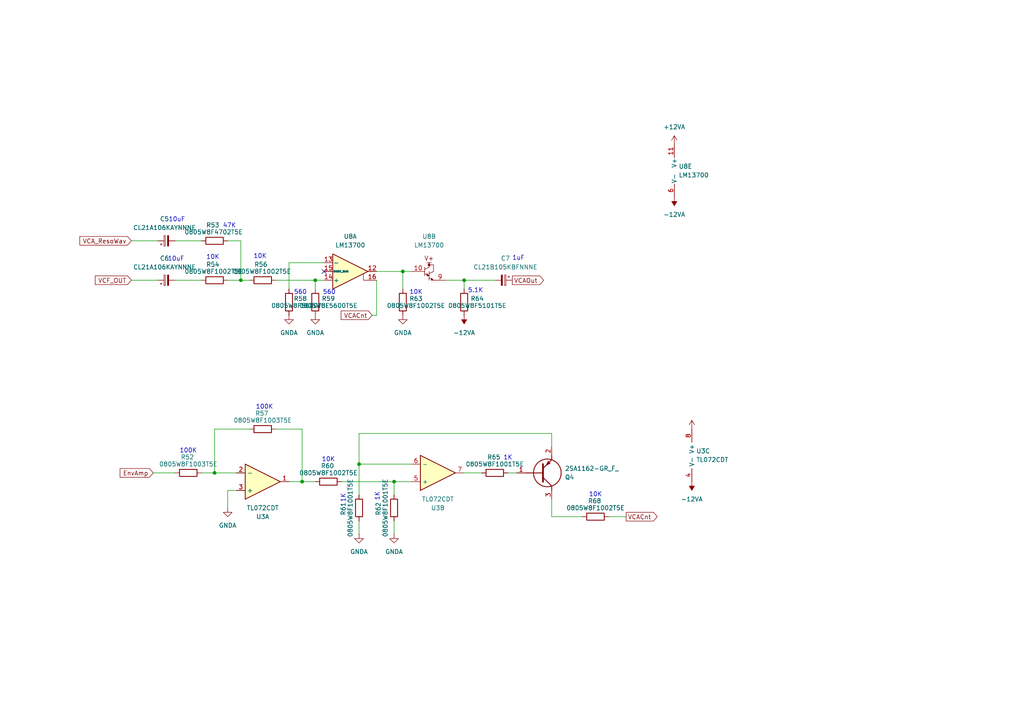
<source format=kicad_sch>
(kicad_sch (version 20250114) (generator "eeschema") (generator_version "9.0")
  (paper "A4")
  (lib_symbols
    (symbol "Amplifier_Operational:LM13700" (pin_names (offset 0.127))
      (property "Reference" "U" (at 3.81 5.08 0))
      (property "Value" "LM13700" (at 5.08 -5.08 0))
      (symbol "LM13700_1_1"
        (polyline (pts (xy 3.81 -0.635) (xy 3.81 -2.54) (xy 5.08 -2.54)))
        (polyline (pts (xy 5.08 0) (xy -5.08 -5.08) (xy -5.08 5.08) (xy 5.08 0)) (stroke (width 0.254)) (fill (type background)))
        (pin input line (at -7.62 2.54 0) (length 2.54) (name "-") (number "13"))
        (pin input line (at -7.62 0 0) (length 2.54) (name "DIODE_BIAS") (number "15"))
        (pin input line (at -7.62 -2.54 0) (length 2.54) (name "+") (number "14"))
        (pin output line (at 7.62 0 180) (length 2.54) (name "~") (number "12"))
        (pin input line (at 7.62 -2.54 180) (length 2.54) (name "~") (number "16"))
      )
      (symbol "LM13700_2_0"
        (polyline (pts (xy -1.905 2.54) (xy -3.175 2.54)))
      )
      (symbol "LM13700_2_1"
        (polyline (pts (xy -3.81 1.27) (xy -3.81 -1.27)))
        (polyline (pts (xy -3.81 0.635) (xy -2.54 1.27) (xy -2.54 1.905) (xy -2.54 2.54)))
        (polyline (pts (xy -3.81 -0.635) (xy -2.54 -1.27)))
        (circle (center -2.54 1.905) (radius 0.254) (stroke (width 0.254)) (fill (type outline)))
        (polyline (pts (xy -2.54 0) (xy -2.54 -2.54)))
        (polyline (pts (xy -2.54 -0.635) (xy -1.27 0) (xy -1.27 1.905) (xy -2.54 1.905)))
        (polyline (pts (xy -2.54 -1.27) (xy -3.175 -0.635) (xy -3.175 -1.27) (xy -2.54 -1.27)) (fill (type outline)))
        (polyline (pts (xy -2.54 -1.905) (xy -1.27 -2.54)))
        (polyline (pts (xy -1.27 -2.54) (xy -1.905 -1.905) (xy -1.905 -2.54) (xy -1.27 -2.54)) (fill (type outline)))
        (text "V+" (at -2.54 3.81 0) (effects (font (size 1.27 1.27))))
        (pin input line (at -7.62 0 0) (length 3.81) (name "~") (number "10"))
        (pin output line (at 2.54 -2.54 180) (length 3.81) (name "~") (number "9"))
      )
      (symbol "LM13700_3_1"
        (polyline (pts (xy 3.81 -0.635) (xy 3.81 -2.54) (xy 5.08 -2.54)))
        (polyline (pts (xy 5.08 0) (xy -5.08 -5.08) (xy -5.08 5.08) (xy 5.08 0)) (stroke (width 0.254)) (fill (type background)))
        (pin input line (at -7.62 2.54 0) (length 2.54) (name "-") (number "4"))
        (pin input line (at -7.62 0 0) (length 2.54) (name "DIODE_BIAS") (number "2"))
        (pin input line (at -7.62 -2.54 0) (length 2.54) (name "+") (number "3"))
        (pin output line (at 7.62 0 180) (length 2.54) (name "~") (number "5"))
        (pin input line (at 7.62 -2.54 180) (length 2.54) (name "~") (number "1"))
      )
      (symbol "LM13700_4_0"
        (polyline (pts (xy -3.175 2.54) (xy -1.905 2.54)))
        (text "V+" (at -2.54 3.81 0) (effects (font (size 1.27 1.27))))
      )
      (symbol "LM13700_4_1"
        (polyline (pts (xy -3.81 1.27) (xy -3.81 -1.27)))
        (polyline (pts (xy -3.81 0.635) (xy -2.54 1.27) (xy -2.54 2.54)))
        (polyline (pts (xy -3.81 -0.635) (xy -2.54 -1.27)))
        (circle (center -2.54 1.905) (radius 0.254) (stroke (width 0.254)) (fill (type outline)))
        (polyline (pts (xy -2.54 0) (xy -2.54 -2.54)))
        (polyline (pts (xy -2.54 -0.635) (xy -1.27 0) (xy -1.27 1.905) (xy -2.54 1.905)))
        (polyline (pts (xy -2.54 -1.27) (xy -3.175 -0.635) (xy -3.175 -1.27) (xy -2.54 -1.27)) (fill (type outline)))
        (polyline (pts (xy -2.54 -1.905) (xy -1.27 -2.54)))
        (polyline (pts (xy -1.27 -2.54) (xy -1.905 -1.905) (xy -1.905 -2.54) (xy -1.27 -2.54)) (fill (type outline)))
        (pin input line (at -7.62 0 0) (length 3.81) (name "~") (number "7"))
        (pin output line (at 2.54 -2.54 180) (length 3.81) (name "~") (number "8"))
      )
      (symbol "LM13700_5_1"
        (pin power_in line (at -2.54 7.62 270) (length 3.81) (name "V+") (number "11"))
        (pin power_in line (at -2.54 -7.62 90) (length 3.81) (name "V-") (number "6"))
      )
    )
    (symbol "Device:C_Polarized_Small" (pin_numbers (hide yes)) (pin_names (offset 0.254) (hide yes))
      (property "Reference" "C" (at 0.254 1.778 0))
      (property "Value" "C_Polarized_Small" (at 0.254 -2.032 0))
      (symbol "C_Polarized_Small_0_1"
        (rectangle (start -1.524 0.6858) (end 1.524 0.3048))
        (rectangle (start -1.524 -0.3048) (end 1.524 -0.6858) (fill (type outline)))
        (polyline (pts (xy -1.27 1.524) (xy -0.762 1.524)))
        (polyline (pts (xy -1.016 1.27) (xy -1.016 1.778)))
      )
      (symbol "C_Polarized_Small_1_1"
        (pin passive line (at 0 2.54 270) (length 1.8542) (name "~") (number "1"))
        (pin passive line (at 0 -2.54 90) (length 1.8542) (name "~") (number "2"))
      )
    )
    (symbol "Device:Opamp_Dual"
      (property "Reference" "U" (at 0 5.08 0))
      (property "Value" "Opamp_Dual" (at 0 -5.08 0))
      (symbol "Opamp_Dual_1_1"
        (polyline (pts (xy -5.08 5.08) (xy 5.08 0) (xy -5.08 -5.08) (xy -5.08 5.08)) (stroke (width 0.254)) (fill (type background)))
        (pin input line (at -7.62 2.54 0) (length 2.54) (name "+") (number "3"))
        (pin input line (at -7.62 -2.54 0) (length 2.54) (name "-") (number "2"))
        (pin output line (at 7.62 0 180) (length 2.54) (name "~") (number "1"))
      )
      (symbol "Opamp_Dual_2_1"
        (polyline (pts (xy -5.08 5.08) (xy 5.08 0) (xy -5.08 -5.08) (xy -5.08 5.08)) (stroke (width 0.254)) (fill (type background)))
        (pin input line (at -7.62 2.54 0) (length 2.54) (name "+") (number "5"))
        (pin input line (at -7.62 -2.54 0) (length 2.54) (name "-") (number "6"))
        (pin output line (at 7.62 0 180) (length 2.54) (name "~") (number "7"))
      )
      (symbol "Opamp_Dual_3_1"
        (pin power_in line (at -2.54 7.62 270) (length 3.81) (name "V+") (number "8"))
        (pin power_in line (at -2.54 -7.62 90) (length 3.81) (name "V-") (number "4"))
      )
    )
    (symbol "Device:R" (pin_numbers (hide yes)) (pin_names (offset 0))
      (property "Reference" "R" (at 2.032 0 90))
      (property "Value" "R" (at 0 0 90))
      (symbol "R_0_1"
        (rectangle (start -1.016 -2.54) (end 1.016 2.54) (stroke (width 0.254)))
      )
      (symbol "R_1_1"
        (pin passive line (at 0 3.81 270) (length 1.27) (name "~") (number "1"))
        (pin passive line (at 0 -3.81 90) (length 1.27) (name "~") (number "2"))
      )
    )
    (symbol "SamacSys_Parts:2SA1162-GR_F_" (pin_names (hide yes))
      (property "Reference" "Q" (at 13.97 1.27 0))
      (property "Value" "2SA1162-GR_F_" (at 13.97 -1.27 0))
      (symbol "2SA1162-GR_F__1_1"
        (polyline (pts (xy 2.54 0) (xy 7.62 0)) (stroke (width 0.254)))
        (polyline (pts (xy 7.62 2.54) (xy 7.62 -2.54)) (stroke (width 0.508)))
        (polyline (pts (xy 7.62 1.27) (xy 10.16 3.81)) (stroke (width 0.254)))
        (polyline (pts (xy 7.62 -1.27) (xy 10.16 -3.81)) (stroke (width 0.254)))
        (circle (center 8.89 0) (radius 4.016) (stroke (width 0.254)))
        (polyline (pts (xy 9.652 -2.794) (xy 9.144 -3.302) (xy 8.636 -2.286) (xy 9.652 -2.794)) (stroke (width 0.254)) (fill (type outline)))
        (polyline (pts (xy 10.16 3.81) (xy 10.16 5.08)) (stroke (width 0.254)))
        (polyline (pts (xy 10.16 -3.81) (xy 10.16 -5.08)) (stroke (width 0.254)))
        (pin passive line (at 0 0 0) (length 2.54) (name "B") (number "1"))
        (pin passive line (at 10.16 7.62 270) (length 2.54) (name "C") (number "3"))
        (pin passive line (at 10.16 -7.62 90) (length 2.54) (name "E") (number "2"))
      )
    )
    (symbol "power:+12VA" (power) (pin_numbers (hide yes)) (pin_names (offset 0) (hide yes))
      (property "Value" "+12VA" (at 0 3.556 0))
      (symbol "+12VA_0_1"
        (polyline (pts (xy -0.762 1.27) (xy 0 2.54)))
        (polyline (pts (xy 0 2.54) (xy 0.762 1.27)))
        (polyline (pts (xy 0 0) (xy 0 2.54)))
      )
      (symbol "+12VA_1_1"
        (pin power_in line (at 0 0 90) (length 0) (name "~") (number "1"))
      )
    )
    (symbol "power:-12VA" (power) (pin_numbers (hide yes)) (pin_names (offset 0) (hide yes))
      (property "Value" "-12VA" (at 0 3.556 0))
      (symbol "-12VA_0_0"
        (pin power_in line (at 0 0 90) (length 0) (name "~") (number "1"))
      )
      (symbol "-12VA_0_1"
        (polyline (pts (xy 0 0) (xy 0 1.27) (xy 0.762 1.27) (xy 0 2.54) (xy -0.762 1.27) (xy 0 1.27)) (fill (type outline)))
      )
    )
    (symbol "power:GNDA" (power) (pin_numbers (hide yes)) (pin_names (offset 0) (hide yes))
      (property "Value" "GNDA" (at 0 -3.81 0))
      (symbol "GNDA_0_1"
        (polyline (pts (xy 0 0) (xy 0 -1.27) (xy 1.27 -1.27) (xy 0 -2.54) (xy -1.27 -1.27) (xy 0 -1.27)))
      )
      (symbol "GNDA_1_1"
        (pin power_in line (at 0 0 270) (length 0) (name "~") (number "1"))
      )
    )
  )
  (text "10K" (at 61.722 74.676 0) (effects (font (size 1.27 1.27))))
  (text "10K" (at 95.25 133.35 0) (effects (font (size 1.27 1.27))))
  (text "10K" (at 172.72 143.51 0) (effects (font (size 1.27 1.27))))
  (text "47K" (at 66.548 65.532 0) (effects (font (size 1.27 1.27))))
  (text "10uF" (at 51.308 63.754 0) (effects (font (size 1.27 1.27))))
  (text "10uF" (at 51.054 75.184 0) (effects (font (size 1.27 1.27))))
  (text "5.1K" (at 137.922 84.328 0) (effects (font (size 1.27 1.27))))
  (text "560" (at 87.122 84.836 0) (effects (font (size 1.27 1.27))))
  (text "100K" (at 76.708 118.11 0) (effects (font (size 1.27 1.27))))
  (text "100K" (at 54.61 130.81 0) (effects (font (size 1.27 1.27))))
  (text "10K" (at 75.438 74.422 0) (effects (font (size 1.27 1.27))))
  (text "1K" (at 109.474 144.018 90) (effects (font (size 1.27 1.27))))
  (text "560" (at 95.504 84.836 0) (effects (font (size 1.27 1.27))))
  (text "1K" (at 147.32 132.842 0) (effects (font (size 1.27 1.27))))
  (text "1uF" (at 150.368 74.93 0) (effects (font (size 1.27 1.27))))
  (text "10K" (at 120.65 84.836 0) (effects (font (size 1.27 1.27))))
  (text "1K" (at 99.568 144.526 90) (effects (font (size 1.27 1.27))))
  (junction (at 62.23 137.16))
  (junction (at 116.84 78.74))
  (junction (at 104.14 134.62))
  (junction (at 91.44 81.28))
  (junction (at 87.63 139.7))
  (junction (at 69.85 81.28))
  (junction (at 134.62 81.28))
  (junction (at 114.3 139.7))
  (no_connect (at 93.98 78.74))
  (wire (pts (xy 80.01 124.46) (xy 87.63 124.46)))
  (wire (pts (xy 72.39 124.46) (xy 62.23 124.46)))
  (wire (pts (xy 50.8 81.28) (xy 58.42 81.28)))
  (wire (pts (xy 104.14 125.73) (xy 104.14 134.62)))
  (wire (pts (xy 69.85 81.28) (xy 72.39 81.28)))
  (wire (pts (xy 109.22 91.44) (xy 107.95 91.44)))
  (wire (pts (xy 66.04 142.24) (xy 66.04 147.32)))
  (wire (pts (xy 87.63 139.7) (xy 91.44 139.7)))
  (wire (pts (xy 50.8 69.85) (xy 58.42 69.85)))
  (wire (pts (xy 134.62 81.28) (xy 143.51 81.28)))
  (wire (pts (xy 91.44 81.28) (xy 80.01 81.28)))
  (wire (pts (xy 62.23 124.46) (xy 62.23 137.16)))
  (wire (pts (xy 62.23 137.16) (xy 68.58 137.16)))
  (wire (pts (xy 114.3 139.7) (xy 114.3 143.51)))
  (wire (pts (xy 114.3 151.13) (xy 114.3 154.94)))
  (wire (pts (xy 160.02 125.73) (xy 160.02 129.54)))
  (wire (pts (xy 176.53 149.86) (xy 181.61 149.86)))
  (wire (pts (xy 58.42 137.16) (xy 62.23 137.16)))
  (wire (pts (xy 93.98 76.2) (xy 83.82 76.2)))
  (wire (pts (xy 116.84 83.82) (xy 116.84 78.74)))
  (wire (pts (xy 160.02 125.73) (xy 104.14 125.73)))
  (wire (pts (xy 134.62 81.28) (xy 134.62 83.82)))
  (wire (pts (xy 104.14 134.62) (xy 119.38 134.62)))
  (wire (pts (xy 116.84 78.74) (xy 119.38 78.74)))
  (wire (pts (xy 91.44 81.28) (xy 93.98 81.28)))
  (wire (pts (xy 160.02 144.78) (xy 160.02 149.86)))
  (wire (pts (xy 104.14 143.51) (xy 104.14 134.62)))
  (wire (pts (xy 109.22 81.28) (xy 109.22 91.44)))
  (wire (pts (xy 66.04 81.28) (xy 69.85 81.28)))
  (wire (pts (xy 129.54 81.28) (xy 134.62 81.28)))
  (wire (pts (xy 38.1 81.28) (xy 45.72 81.28)))
  (wire (pts (xy 91.44 81.28) (xy 91.44 83.82)))
  (wire (pts (xy 44.45 137.16) (xy 50.8 137.16)))
  (wire (pts (xy 38.1 69.85) (xy 45.72 69.85)))
  (wire (pts (xy 66.04 69.85) (xy 69.85 69.85)))
  (wire (pts (xy 87.63 139.7) (xy 87.63 124.46)))
  (wire (pts (xy 66.04 142.24) (xy 68.58 142.24)))
  (wire (pts (xy 83.82 139.7) (xy 87.63 139.7)))
  (wire (pts (xy 99.06 139.7) (xy 114.3 139.7)))
  (wire (pts (xy 83.82 76.2) (xy 83.82 83.82)))
  (wire (pts (xy 109.22 78.74) (xy 116.84 78.74)))
  (wire (pts (xy 69.85 69.85) (xy 69.85 81.28)))
  (wire (pts (xy 104.14 151.13) (xy 104.14 154.94)))
  (wire (pts (xy 134.62 137.16) (xy 139.7 137.16)))
  (wire (pts (xy 147.32 137.16) (xy 149.86 137.16)))
  (wire (pts (xy 160.02 149.86) (xy 168.91 149.86)))
  (wire (pts (xy 119.38 139.7) (xy 114.3 139.7)))
  (global_label "VCAOut" (shape output) (at 148.59 81.28 0) (property "Intersheetrefs" "${INTERSHEET_REFS}" (effects (hide yes))))
  (global_label "VCA_ResoWav" (shape input) (at 38.1 69.85 180) (property "Intersheetrefs" "${INTERSHEET_REFS}" (effects (hide yes))))
  (global_label "EnvAmp" (shape input) (at 44.45 137.16 180) (property "Intersheetrefs" "${INTERSHEET_REFS}" (effects (hide yes))))
  (global_label "VCACnt" (shape input) (at 107.95 91.44 180) (property "Intersheetrefs" "${INTERSHEET_REFS}" (effects (hide yes))))
  (global_label "VCACnt" (shape output) (at 181.61 149.86 0) (property "Intersheetrefs" "${INTERSHEET_REFS}" (effects (hide yes))))
  (global_label "VCF_OUT" (shape input) (at 38.1 81.28 180) (property "Intersheetrefs" "${INTERSHEET_REFS}" (effects (hide yes))))
  (symbol (lib_id "Device:R") (at 91.44 87.63 0) (mirror x) (unit 1)
    (property "Reference" "R59" (at 95.25 86.614 0))
    (property "Value" "0805W8F5600T5E" (at 95.25 88.646 0))
    (property "Footprint" "Resistor_SMD:R_0805_2012Metric_Pad1.20x1.40mm_HandSolder" (effects (hide yes)))
    (property "Description" "Resistor" (effects (hide yes)))
  )
  (symbol (lib_id "Device:C_Polarized_Small") (at 48.26 81.28 90) (unit 1)
    (property "Reference" "C6" (at 47.7139 74.93 90))
    (property "Value" "CL21A106KAYNNNE" (at 47.7139 77.47 90))
    (property "Footprint" "Capacitor_SMD:C_0805_2012Metric_Pad1.18x1.45mm_HandSolder" (effects (hide yes)))
    (property "Description" "Polarized capacitor, small symbol" (effects (hide yes)))
  )
  (symbol (lib_id "Device:R") (at 83.82 87.63 0) (mirror x) (unit 1)
    (property "Reference" "R58" (at 87.122 86.614 0))
    (property "Value" "0805W8F5600T5E" (at 87.122 88.646 0))
    (property "Footprint" "Resistor_SMD:R_0805_2012Metric_Pad1.20x1.40mm_HandSolder" (effects (hide yes)))
    (property "Description" "Resistor" (effects (hide yes)))
  )
  (symbol (lib_id "power:+12VA") (at 195.58 41.91 0) (unit 1)
    (property "Reference" "#PWR0124" (effects (hide yes)))
    (property "Value" "+12VA" (at 195.58 36.83 0))
    (property "Description" "Power symbol creates a global label with name \"+12VA\"" (effects (hide yes)))
  )
  (symbol (lib_id "Device:R") (at 76.2 124.46 90) (unit 1)
    (property "Reference" "R57" (at 75.946 119.888 90))
    (property "Value" "0805W8F1003T5E" (at 76.2 121.92 90))
    (property "Footprint" "Resistor_SMD:R_0805_2012Metric_Pad1.20x1.40mm_HandSolder" (effects (hide yes)))
    (property "Description" "Resistor" (effects (hide yes)))
  )
  (symbol (lib_id "SamacSys_Parts:2SA1162-GR_F_") (at 149.86 137.16 0) (mirror x) (unit 1)
    (property "Reference" "Q4" (at 163.83 138.4301 0) (effects (justify left)))
    (property "Value" "2SA1162-GR_F_" (at 163.83 135.8901 0) (effects (justify left)))
    (property "Footprint" "SamacSys_parts:1SS294LFT" (effects (hide yes)))
    (property "Datasheet" "https://toshiba.semicon-storage.com/ap-en/product/bipolar-transistor/bipolar-transistor/detail.2SA1162.html" (effects (hide yes)))
    (property "Description" "Transistor Toshiba 2SA1162-GR(F) PNP Bipolar Transistor, 0.15 A, 50 V, 3-Pin SC-59" (effects (hide yes)))
    (property "Height" "1.4" (effects (hide yes)))
    (property "Manufacturer_Name" "Toshiba" (effects (hide yes)))
    (property "Manufacturer_Part_Number" "2SA1162-GR(F)" (effects (hide yes)))
  )
  (symbol (lib_id "Device:R") (at 62.23 81.28 270) (mirror x) (unit 1)
    (property "Reference" "R54" (at 61.722 76.708 90))
    (property "Value" "0805W8F1002T5E" (at 61.976 78.74 90))
    (property "Footprint" "Resistor_SMD:R_0805_2012Metric_Pad1.20x1.40mm_HandSolder" (effects (hide yes)))
    (property "Description" "Resistor" (effects (hide yes)))
  )
  (symbol (lib_id "Device:R") (at 116.84 87.63 0) (mirror x) (unit 1)
    (property "Reference" "R63" (at 120.65 86.614 0))
    (property "Value" "0805W8F1002T5E" (at 120.65 88.646 0))
    (property "Footprint" "Resistor_SMD:R_0805_2012Metric_Pad1.20x1.40mm_HandSolder" (effects (hide yes)))
    (property "Description" "Resistor" (effects (hide yes)))
  )
  (symbol (lib_id "Device:R") (at 114.3 147.32 180) (unit 1)
    (property "Reference" "R62" (at 109.728 147.574 90))
    (property "Value" "0805W8F1001T5E" (at 111.76 147.32 90))
    (property "Footprint" "Resistor_SMD:R_0805_2012Metric_Pad1.20x1.40mm_HandSolder" (effects (hide yes)))
    (property "Description" "Resistor" (effects (hide yes)))
  )
  (symbol (lib_id "Device:R") (at 54.61 137.16 90) (unit 1)
    (property "Reference" "R52" (at 54.356 132.588 90))
    (property "Value" "0805W8F1003T5E" (at 54.61 134.62 90))
    (property "Footprint" "Resistor_SMD:R_0805_2012Metric_Pad1.20x1.40mm_HandSolder" (effects (hide yes)))
    (property "Description" "Resistor" (effects (hide yes)))
  )
  (symbol (lib_id "Device:R") (at 143.51 137.16 90) (unit 1)
    (property "Reference" "R65" (at 143.256 132.588 90))
    (property "Value" "0805W8F1001T5E" (at 143.51 134.62 90))
    (property "Footprint" "Resistor_SMD:R_0805_2012Metric_Pad1.20x1.40mm_HandSolder" (effects (hide yes)))
    (property "Description" "Resistor" (effects (hide yes)))
  )
  (symbol (lib_id "power:-12VA") (at 134.62 91.44 180) (unit 1)
    (property "Reference" "#PWR0119" (effects (hide yes)))
    (property "Value" "-12VA" (at 134.62 96.52 0))
    (property "Description" "Power symbol creates a global label with name \"-12VA\"" (effects (hide yes)))
  )
  (symbol (lib_id "Device:R") (at 95.25 139.7 90) (unit 1)
    (property "Reference" "R60" (at 94.996 135.128 90))
    (property "Value" "0805W8F1002T5E" (at 95.25 137.16 90))
    (property "Footprint" "Resistor_SMD:R_0805_2012Metric_Pad1.20x1.40mm_HandSolder" (effects (hide yes)))
    (property "Description" "Resistor" (effects (hide yes)))
  )
  (symbol (lib_id "Device:R") (at 134.62 87.63 0) (mirror x) (unit 1)
    (property "Reference" "R64" (at 138.43 86.614 0))
    (property "Value" "0805W8F5101T5E" (at 138.43 88.646 0))
    (property "Footprint" "Resistor_SMD:R_0805_2012Metric_Pad1.20x1.40mm_HandSolder" (effects (hide yes)))
    (property "Description" "Resistor" (effects (hide yes)))
  )
  (symbol (lib_id "power:GNDA") (at 91.44 91.44 0) (mirror y) (unit 1)
    (property "Reference" "#PWR0114" (effects (hide yes)))
    (property "Value" "GNDA" (at 91.44 96.52 0))
    (property "Description" "Power symbol creates a global label with name \"GNDA\" , analog ground" (effects (hide yes)))
  )
  (symbol (lib_id "Device:C_Polarized_Small") (at 48.26 69.85 90) (unit 1)
    (property "Reference" "C5" (at 47.7139 63.5 90))
    (property "Value" "CL21A106KAYNNNE" (at 47.7139 66.04 90))
    (property "Footprint" "Capacitor_SMD:C_0805_2012Metric_Pad1.18x1.45mm_HandSolder" (effects (hide yes)))
    (property "Description" "Polarized capacitor, small symbol" (effects (hide yes)))
  )
  (symbol (lib_id "Device:R") (at 76.2 81.28 270) (mirror x) (unit 1)
    (property "Reference" "R56" (at 75.692 76.708 90))
    (property "Value" "0805W8F1002T5E" (at 75.946 78.74 90))
    (property "Footprint" "Resistor_SMD:R_0805_2012Metric_Pad1.20x1.40mm_HandSolder" (effects (hide yes)))
    (property "Description" "Resistor" (effects (hide yes)))
  )
  (symbol (lib_id "Device:Opamp_Dual") (at 76.2 139.7 0) (mirror x) (unit 1)
    (property "Reference" "U3" (at 76.2 149.86 0))
    (property "Value" "TL072CDT" (at 76.2 147.32 0))
    (property "Footprint" "Package_SO:SOIC-8_3.9x4.9mm_P1.27mm" (effects (hide yes)))
    (property "Description" "Dual operational amplifier" (effects (hide yes)))
    (property "Sim.Library" "${KICAD9_SYMBOL_DIR}/Simulation_SPICE.sp" (effects (hide yes)))
    (property "Sim.Name" "kicad_builtin_opamp_dual" (effects (hide yes)))
    (property "Sim.Device" "SUBCKT" (effects (hide yes)))
    (property "Sim.Pins" "1=out1 2=in1- 3=in1+ 4=vee 5=in2+ 6=in2- 7=out2 8=vcc" (effects (hide yes)))
  )
  (symbol (lib_id "Device:R") (at 172.72 149.86 90) (unit 1)
    (property "Reference" "R68" (at 172.466 145.288 90))
    (property "Value" "0805W8F1002T5E" (at 172.72 147.32 90))
    (property "Footprint" "Resistor_SMD:R_0805_2012Metric_Pad1.20x1.40mm_HandSolder" (effects (hide yes)))
    (property "Description" "Resistor" (effects (hide yes)))
  )
  (symbol (lib_id "power:-12VA") (at 195.58 57.15 180) (unit 1)
    (property "Reference" "#PWR0159" (effects (hide yes)))
    (property "Value" "-12VA" (at 195.58 62.23 0))
    (property "Description" "Power symbol creates a global label with name \"-12VA\"" (effects (hide yes)))
  )
  (symbol (lib_id "Device:C_Polarized_Small") (at 146.05 81.28 270) (unit 1)
    (property "Reference" "C7" (at 146.5961 74.93 90))
    (property "Value" "CL21B105KBFNNNE" (at 146.5961 77.47 90))
    (property "Footprint" "Capacitor_SMD:C_0805_2012Metric_Pad1.18x1.45mm_HandSolder" (effects (hide yes)))
    (property "Description" "Polarized capacitor, small symbol" (effects (hide yes)))
  )
  (symbol (lib_id "power:GNDA") (at 114.3 154.94 0) (unit 1)
    (property "Reference" "#PWR0117" (effects (hide yes)))
    (property "Value" "GNDA" (at 114.3 160.02 0))
    (property "Description" "Power symbol creates a global label with name \"GNDA\" , analog ground" (effects (hide yes)))
  )
  (symbol (lib_id "power:GNDA") (at 66.04 147.32 0) (unit 1)
    (property "Reference" "#PWR0111" (effects (hide yes)))
    (property "Value" "GNDA" (at 66.04 152.4 0))
    (property "Description" "Power symbol creates a global label with name \"GNDA\" , analog ground" (effects (hide yes)))
  )
  (symbol (lib_id "Device:R") (at 104.14 147.32 180) (unit 1)
    (property "Reference" "R61" (at 99.568 147.574 90))
    (property "Value" "0805W8F1001T5E" (at 101.6 147.32 90))
    (property "Footprint" "Resistor_SMD:R_0805_2012Metric_Pad1.20x1.40mm_HandSolder" (effects (hide yes)))
    (property "Description" "Resistor" (effects (hide yes)))
  )
  (symbol (lib_id "power:GNDA") (at 104.14 154.94 0) (unit 1)
    (property "Reference" "#PWR0116" (effects (hide yes)))
    (property "Value" "GNDA" (at 104.14 160.02 0))
    (property "Description" "Power symbol creates a global label with name \"GNDA\" , analog ground" (effects (hide yes)))
  )
  (symbol (lib_id "Amplifier_Operational:LM13700") (at 198.12 49.53 0) (unit 5)
    (property "Reference" "U8" (at 196.85 48.2599 0) (effects (justify left)))
    (property "Value" "LM13700" (at 196.85 50.7999 0) (effects (justify left)))
    (property "Footprint" "Package_SO:SOIC-16_3.9x9.9mm_P1.27mm" (effects (hide yes)))
    (property "Datasheet" "http://www.ti.com/lit/ds/symlink/lm13700.pdf" (effects (hide yes)))
    (property "Description" "Dual Operational Transconductance Amplifiers with Linearizing Diodes and Buffers, DIP-16/SOIC-16" (effects (hide yes)))
  )
  (symbol (lib_id "power:GNDA") (at 83.82 91.44 0) (mirror y) (unit 1)
    (property "Reference" "#PWR0113" (effects (hide yes)))
    (property "Value" "GNDA" (at 83.82 96.52 0))
    (property "Description" "Power symbol creates a global label with name \"GNDA\" , analog ground" (effects (hide yes)))
  )
  (symbol (lib_id "power:GNDA") (at 116.84 91.44 0) (mirror y) (unit 1)
    (property "Reference" "#PWR0118" (effects (hide yes)))
    (property "Value" "GNDA" (at 116.84 96.52 0))
    (property "Description" "Power symbol creates a global label with name \"GNDA\" , analog ground" (effects (hide yes)))
  )
  (symbol (lib_id "Amplifier_Operational:LM13700") (at 127 78.74 0) (unit 2)
    (property "Reference" "U8" (at 124.46 68.58 0))
    (property "Value" "LM13700" (at 124.46 71.12 0))
    (property "Footprint" "Package_SO:SOIC-16_3.9x9.9mm_P1.27mm" (effects (hide yes)))
    (property "Datasheet" "http://www.ti.com/lit/ds/symlink/lm13700.pdf" (effects (hide yes)))
    (property "Description" "Dual Operational Transconductance Amplifiers with Linearizing Diodes and Buffers, DIP-16/SOIC-16" (effects (hide yes)))
  )
  (symbol (lib_id "power:+12VA") (at 200.66 124.46 0) (unit 1)
    (property "Reference" "#PWR0112" (effects (hide yes)))
    (property "Value" "+12VA" (effects (hide yes)))
    (property "Description" "Power symbol creates a global label with name \"+12VA\"" (effects (hide yes)))
    (instances (project "SynthBoard" (path "" (reference "#PWR0112") (unit 1))) (project "SynthBoard" (path "" (reference "#PWR044") (unit 1))) (project "SynthBoard" (path "" (reference "#PWR0112") (unit 1))))
  )
  (symbol (lib_id "Device:Opamp_Dual") (at 127 137.16 0) (mirror x) (unit 2)
    (property "Reference" "U3" (at 127 147.32 0))
    (property "Value" "TL072CDT" (at 127 144.78 0))
    (property "Footprint" "Package_SO:SOIC-8_3.9x4.9mm_P1.27mm" (effects (hide yes)))
    (property "Description" "Dual operational amplifier" (effects (hide yes)))
    (property "Sim.Library" "${KICAD9_SYMBOL_DIR}/Simulation_SPICE.sp" (effects (hide yes)))
    (property "Sim.Name" "kicad_builtin_opamp_dual" (effects (hide yes)))
    (property "Sim.Device" "SUBCKT" (effects (hide yes)))
    (property "Sim.Pins" "1=out1 2=in1- 3=in1+ 4=vee 5=in2+ 6=in2- 7=out2 8=vcc" (effects (hide yes)))
  )
  (symbol (lib_id "Device:R") (at 62.23 69.85 270) (mirror x) (unit 1)
    (property "Reference" "R53" (at 61.722 65.278 90))
    (property "Value" "0805W8F4702T5E" (at 61.976 67.31 90))
    (property "Footprint" "Resistor_SMD:R_0805_2012Metric_Pad1.20x1.40mm_HandSolder" (effects (hide yes)))
    (property "Description" "Resistor" (effects (hide yes)))
  )
  (symbol (lib_id "power:-12VA") (at 200.66 139.7 180) (unit 1)
    (property "Reference" "#PWR0166" (effects (hide yes)))
    (property "Value" "-12VA" (at 200.66 144.78 0))
    (property "Description" "Power symbol creates a global label with name \"-12VA\"" (effects (hide yes)))
  )
  (symbol (lib_id "Device:Opamp_Dual") (at 203.2 132.08 0) (unit 3)
    (property "Reference" "U3" (at 201.93 130.8099 0) (effects (justify left)))
    (property "Value" "TL072CDT" (at 201.93 133.3499 0) (effects (justify left)))
    (property "Footprint" "Package_SO:SOIC-8_3.9x4.9mm_P1.27mm" (effects (hide yes)))
    (property "Description" "Dual operational amplifier" (effects (hide yes)))
    (property "Sim.Library" "${KICAD9_SYMBOL_DIR}/Simulation_SPICE.sp" (effects (hide yes)))
    (property "Sim.Name" "kicad_builtin_opamp_dual" (effects (hide yes)))
    (property "Sim.Device" "SUBCKT" (effects (hide yes)))
    (property "Sim.Pins" "1=out1 2=in1- 3=in1+ 4=vee 5=in2+ 6=in2- 7=out2 8=vcc" (effects (hide yes)))
  )
  (symbol (lib_id "Amplifier_Operational:LM13700") (at 101.6 78.74 0) (unit 1)
    (property "Reference" "U8" (at 101.6 68.58 0))
    (property "Value" "LM13700" (at 101.6 71.12 0))
    (property "Footprint" "Package_SO:SOIC-16_3.9x9.9mm_P1.27mm" (effects (hide yes)))
    (property "Datasheet" "http://www.ti.com/lit/ds/symlink/lm13700.pdf" (effects (hide yes)))
    (property "Description" "Dual Operational Transconductance Amplifiers with Linearizing Diodes and Buffers, DIP-16/SOIC-16" (effects (hide yes)))
  )
)
</source>
